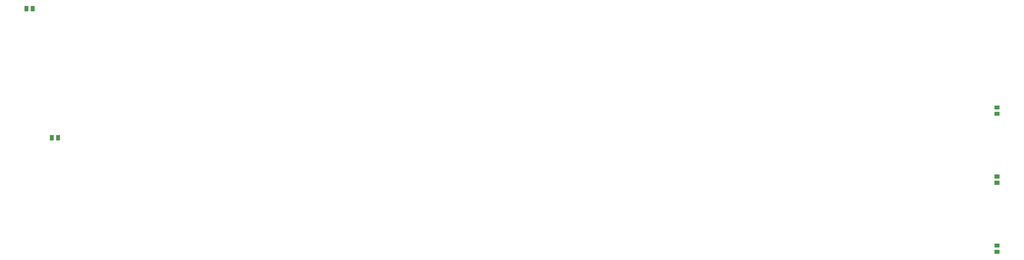
<source format=gtp>
G04 Layer: TopPasteMaskLayer*
G04 EasyEDA v6.1.51, Wed, 19 Jun 2019 13:06:47 GMT*
G04 66271e87440c4271b6eaadeb73023992,1972fb780e03461d8e8e980d21b9fed7,00*
G04 Gerber Generator version 0.2*
G04 Scale: 100 percent, Rotated: No, Reflected: No *
G04 Dimensions in inches *
G04 leading zeros omitted , absolute positions ,2 integer and 4 decimal *
%FSLAX24Y24*%
%MOIN*%
G90*
G70D02*


%LPD*%
G36*
G01X111782Y25271D02*
G01X111782Y24814D01*
G01X111203Y24814D01*
G01X111203Y25271D01*
G01X111782Y25271D01*
G37*
G36*
G01X111782Y25971D02*
G01X111782Y25515D01*
G01X111203Y25515D01*
G01X111203Y25971D01*
G01X111782Y25971D01*
G37*
G36*
G01X111782Y17557D02*
G01X111782Y17100D01*
G01X111203Y17100D01*
G01X111203Y17557D01*
G01X111782Y17557D01*
G37*
G36*
G01X111782Y18258D02*
G01X111782Y17801D01*
G01X111203Y17801D01*
G01X111203Y18258D01*
G01X111782Y18258D01*
G37*
G36*
G01X111782Y9844D02*
G01X111782Y9387D01*
G01X111203Y9387D01*
G01X111203Y9844D01*
G01X111782Y9844D01*
G37*
G36*
G01X111782Y10544D02*
G01X111782Y10088D01*
G01X111203Y10088D01*
G01X111203Y10544D01*
G01X111782Y10544D01*
G37*
G36*
G01X5728Y22648D02*
G01X6184Y22648D01*
G01X6184Y22069D01*
G01X5728Y22069D01*
G01X5728Y22648D01*
G37*
G36*
G01X6428Y22648D02*
G01X6885Y22648D01*
G01X6885Y22069D01*
G01X6428Y22069D01*
G01X6428Y22648D01*
G37*
G36*
G01X2892Y37089D02*
G01X3349Y37089D01*
G01X3349Y36510D01*
G01X2892Y36510D01*
G01X2892Y37089D01*
G37*
G36*
G01X3593Y37089D02*
G01X4050Y37089D01*
G01X4050Y36510D01*
G01X3593Y36510D01*
G01X3593Y37089D01*
G37*
M00*
M02*

</source>
